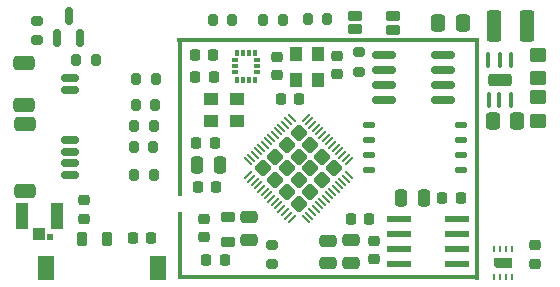
<source format=gbr>
%TF.GenerationSoftware,KiCad,Pcbnew,(6.0.9)*%
%TF.CreationDate,2022-11-24T16:48:46+01:00*%
%TF.ProjectId,LDAD ATOM PRO,4c444144-2041-4544-9f4d-2050524f2e6b,5.3*%
%TF.SameCoordinates,Original*%
%TF.FileFunction,Paste,Top*%
%TF.FilePolarity,Positive*%
%FSLAX46Y46*%
G04 Gerber Fmt 4.6, Leading zero omitted, Abs format (unit mm)*
G04 Created by KiCad (PCBNEW (6.0.9)) date 2022-11-24 16:48:46*
%MOMM*%
%LPD*%
G01*
G04 APERTURE LIST*
G04 Aperture macros list*
%AMRoundRect*
0 Rectangle with rounded corners*
0 $1 Rounding radius*
0 $2 $3 $4 $5 $6 $7 $8 $9 X,Y pos of 4 corners*
0 Add a 4 corners polygon primitive as box body*
4,1,4,$2,$3,$4,$5,$6,$7,$8,$9,$2,$3,0*
0 Add four circle primitives for the rounded corners*
1,1,$1+$1,$2,$3*
1,1,$1+$1,$4,$5*
1,1,$1+$1,$6,$7*
1,1,$1+$1,$8,$9*
0 Add four rect primitives between the rounded corners*
20,1,$1+$1,$2,$3,$4,$5,0*
20,1,$1+$1,$4,$5,$6,$7,0*
20,1,$1+$1,$6,$7,$8,$9,0*
20,1,$1+$1,$8,$9,$2,$3,0*%
%AMFreePoly0*
4,1,6,0.450000,-0.800000,-0.450000,-0.800000,-0.450000,0.530000,-0.180000,0.800000,0.450000,0.800000,0.450000,-0.800000,0.450000,-0.800000,$1*%
G04 Aperture macros list end*
%ADD10RoundRect,0.225000X-0.250000X0.225000X-0.250000X-0.225000X0.250000X-0.225000X0.250000X0.225000X0*%
%ADD11RoundRect,0.250000X0.475000X-0.250000X0.475000X0.250000X-0.475000X0.250000X-0.475000X-0.250000X0*%
%ADD12RoundRect,0.250000X-0.450000X0.350000X-0.450000X-0.350000X0.450000X-0.350000X0.450000X0.350000X0*%
%ADD13RoundRect,0.250000X-0.250000X-0.475000X0.250000X-0.475000X0.250000X0.475000X-0.250000X0.475000X0*%
%ADD14RoundRect,0.200000X-0.200000X-0.275000X0.200000X-0.275000X0.200000X0.275000X-0.200000X0.275000X0*%
%ADD15RoundRect,0.200000X0.200000X0.275000X-0.200000X0.275000X-0.200000X-0.275000X0.200000X-0.275000X0*%
%ADD16R,1.300000X1.000000*%
%ADD17RoundRect,0.225000X0.225000X0.250000X-0.225000X0.250000X-0.225000X-0.250000X0.225000X-0.250000X0*%
%ADD18RoundRect,0.250000X0.000000X-0.445477X0.445477X0.000000X0.000000X0.445477X-0.445477X0.000000X0*%
%ADD19RoundRect,0.050000X-0.238649X-0.309359X0.309359X0.238649X0.238649X0.309359X-0.309359X-0.238649X0*%
%ADD20RoundRect,0.050000X0.238649X-0.309359X0.309359X-0.238649X-0.238649X0.309359X-0.309359X0.238649X0*%
%ADD21RoundRect,0.200000X0.275000X-0.200000X0.275000X0.200000X-0.275000X0.200000X-0.275000X-0.200000X0*%
%ADD22RoundRect,0.225000X-0.225000X-0.250000X0.225000X-0.250000X0.225000X0.250000X-0.225000X0.250000X0*%
%ADD23RoundRect,0.225000X0.250000X-0.225000X0.250000X0.225000X-0.250000X0.225000X-0.250000X-0.225000X0*%
%ADD24FreePoly0,90.000000*%
%ADD25R,0.250000X0.550000*%
%ADD26R,1.100000X2.250000*%
%ADD27R,1.050000X1.100000*%
%ADD28RoundRect,0.250000X0.337500X0.475000X-0.337500X0.475000X-0.337500X-0.475000X0.337500X-0.475000X0*%
%ADD29RoundRect,0.250000X-0.375000X-1.075000X0.375000X-1.075000X0.375000X1.075000X-0.375000X1.075000X0*%
%ADD30RoundRect,0.150000X-0.825000X-0.150000X0.825000X-0.150000X0.825000X0.150000X-0.825000X0.150000X0*%
%ADD31R,1.400000X2.100000*%
%ADD32RoundRect,0.150000X0.150000X-0.587500X0.150000X0.587500X-0.150000X0.587500X-0.150000X-0.587500X0*%
%ADD33RoundRect,0.218750X0.381250X-0.218750X0.381250X0.218750X-0.381250X0.218750X-0.381250X-0.218750X0*%
%ADD34RoundRect,0.124800X-0.475200X-0.275200X0.475200X-0.275200X0.475200X0.275200X-0.475200X0.275200X0*%
%ADD35R,25.500000X0.400000*%
%ADD36R,0.400000X20.500000*%
%ADD37RoundRect,0.100000X-0.100000X-0.550000X0.100000X-0.550000X0.100000X0.550000X-0.100000X0.550000X0*%
%ADD38RoundRect,0.262500X0.737500X0.262500X-0.737500X0.262500X-0.737500X-0.262500X0.737500X-0.262500X0*%
%ADD39RoundRect,0.100000X0.100000X0.550000X-0.100000X0.550000X-0.100000X-0.550000X0.100000X-0.550000X0*%
%ADD40RoundRect,0.150000X-0.625000X0.150000X-0.625000X-0.150000X0.625000X-0.150000X0.625000X0.150000X0*%
%ADD41RoundRect,0.250000X-0.650000X0.350000X-0.650000X-0.350000X0.650000X-0.350000X0.650000X0.350000X0*%
%ADD42RoundRect,0.066000X-0.404000X-0.154000X0.404000X-0.154000X0.404000X0.154000X-0.404000X0.154000X0*%
%ADD43RoundRect,0.218750X-0.218750X-0.381250X0.218750X-0.381250X0.218750X0.381250X-0.218750X0.381250X0*%
%ADD44R,0.400000X5.700000*%
%ADD45R,0.500000X0.500000*%
%ADD46R,25.400000X0.400000*%
%ADD47R,0.400000X13.300000*%
%ADD48RoundRect,0.041300X0.948700X0.253700X-0.948700X0.253700X-0.948700X-0.253700X0.948700X-0.253700X0*%
%ADD49R,0.350000X0.580000*%
%ADD50R,0.580000X0.350000*%
%ADD51R,1.000000X1.300000*%
G04 APERTURE END LIST*
D10*
%TO.C,EC20*%
X132490000Y-103765000D03*
X132490000Y-105315000D03*
%TD*%
D11*
%TO.C,EC18*%
X142960000Y-107490000D03*
X142960000Y-105590000D03*
%TD*%
D10*
%TO.C,AUC1*%
X146860000Y-105625000D03*
X146860000Y-107175000D03*
%TD*%
D12*
%TO.C,AR1*%
X160690000Y-89850000D03*
X160690000Y-91850000D03*
%TD*%
D13*
%TO.C,EC25*%
X149140000Y-102010000D03*
X151040000Y-102010000D03*
%TD*%
D14*
%TO.C,LR1*%
X141215000Y-86810000D03*
X142865000Y-86810000D03*
%TD*%
D15*
%TO.C,EXP_R2*%
X128185000Y-95850000D03*
X126535000Y-95850000D03*
%TD*%
D16*
%TO.C,ECY3*%
X133020000Y-95412500D03*
X135220000Y-95412500D03*
X135220000Y-93612500D03*
X133020000Y-93612500D03*
%TD*%
D17*
%TO.C,EC60*%
X133255000Y-91730000D03*
X131705000Y-91730000D03*
%TD*%
%TO.C,EC61*%
X133355000Y-97350000D03*
X131805000Y-97350000D03*
%TD*%
D18*
%TO.C,ESP32S3*%
X138470152Y-100459949D03*
X138470152Y-98480051D03*
X140450051Y-100459949D03*
X142429950Y-100459949D03*
X139460102Y-97490101D03*
X140450051Y-98480051D03*
X143419899Y-99470000D03*
X141440000Y-101449899D03*
X142429950Y-98480051D03*
X141440000Y-99470000D03*
X137480203Y-99470000D03*
X141440000Y-97490101D03*
X140450051Y-102439848D03*
X139460102Y-101449899D03*
X140450051Y-96500152D03*
X139460102Y-99470000D03*
D19*
X136180894Y-100062202D03*
X136463737Y-100345045D03*
X136746579Y-100627887D03*
X137029422Y-100910730D03*
X137312265Y-101193573D03*
X137595107Y-101476415D03*
X137877950Y-101759258D03*
X138160793Y-102042101D03*
X138443636Y-102324944D03*
X138726478Y-102607786D03*
X139009321Y-102890629D03*
X139292164Y-103173472D03*
X139575006Y-103456314D03*
X139857849Y-103739157D03*
D20*
X141042253Y-103739157D03*
X141325096Y-103456314D03*
X141607938Y-103173472D03*
X141890781Y-102890629D03*
X142173624Y-102607786D03*
X142456466Y-102324944D03*
X142739309Y-102042101D03*
X143022152Y-101759258D03*
X143304995Y-101476415D03*
X143587837Y-101193573D03*
X143870680Y-100910730D03*
X144153523Y-100627887D03*
X144436365Y-100345045D03*
X144719208Y-100062202D03*
D19*
X144719208Y-98877798D03*
X144436365Y-98594955D03*
X144153523Y-98312113D03*
X143870680Y-98029270D03*
X143587837Y-97746427D03*
X143304995Y-97463585D03*
X143022152Y-97180742D03*
X142739309Y-96897899D03*
X142456466Y-96615056D03*
X142173624Y-96332214D03*
X141890781Y-96049371D03*
X141607938Y-95766528D03*
X141325096Y-95483686D03*
X141042253Y-95200843D03*
D20*
X139857849Y-95200843D03*
X139575006Y-95483686D03*
X139292164Y-95766528D03*
X139009321Y-96049371D03*
X138726478Y-96332214D03*
X138443636Y-96615056D03*
X138160793Y-96897899D03*
X137877950Y-97180742D03*
X137595107Y-97463585D03*
X137312265Y-97746427D03*
X137029422Y-98029270D03*
X136746579Y-98312113D03*
X136463737Y-98594955D03*
X136180894Y-98877798D03*
%TD*%
D21*
%TO.C,ER1*%
X138220000Y-107567500D03*
X138220000Y-105917500D03*
%TD*%
D14*
%TO.C,ER3*%
X121625000Y-90270000D03*
X123275000Y-90270000D03*
%TD*%
D22*
%TO.C,EC38*%
X126415000Y-105320000D03*
X127965000Y-105320000D03*
%TD*%
D23*
%TO.C,SHC1*%
X160450000Y-107535000D03*
X160450000Y-105985000D03*
%TD*%
D21*
%TO.C,PSR1*%
X145540000Y-91285000D03*
X145540000Y-89635000D03*
%TD*%
D24*
%TO.C,SH1*%
X157760000Y-107460000D03*
D25*
X157010000Y-108635000D03*
X157510000Y-108635000D03*
X158010000Y-108635000D03*
X158510000Y-108635000D03*
X158510000Y-106285000D03*
X158010000Y-106285000D03*
X157510000Y-106285000D03*
X157010000Y-106285000D03*
%TD*%
D26*
%TO.C,J20*%
X117020000Y-103460000D03*
X119970000Y-103460000D03*
D27*
X118495000Y-105010000D03*
%TD*%
D22*
%TO.C,EC26*%
X144875000Y-103770000D03*
X146425000Y-103770000D03*
%TD*%
D28*
%TO.C,AC1*%
X154357500Y-87190000D03*
X152282500Y-87190000D03*
%TD*%
D11*
%TO.C,EC40*%
X136280000Y-105520000D03*
X136280000Y-103620000D03*
%TD*%
D15*
%TO.C,EXP_R1*%
X128305000Y-94100000D03*
X126655000Y-94100000D03*
%TD*%
D11*
%TO.C,EC17*%
X144870000Y-107470000D03*
X144870000Y-105570000D03*
%TD*%
D29*
%TO.C,AL1*%
X157020000Y-87400000D03*
X159820000Y-87400000D03*
%TD*%
D30*
%TO.C,EPS1*%
X147715000Y-89825000D03*
X147715000Y-91095000D03*
X147715000Y-92365000D03*
X147715000Y-93635000D03*
X152665000Y-93635000D03*
X152665000Y-92365000D03*
X152665000Y-91095000D03*
X152665000Y-89825000D03*
%TD*%
D14*
%TO.C,ICR1*%
X133175000Y-86890000D03*
X134825000Y-86890000D03*
%TD*%
D31*
%TO.C,ANT1*%
X119040000Y-107880000D03*
X128540000Y-107880000D03*
%TD*%
D22*
%TO.C,EC16*%
X138975000Y-93570000D03*
X140525000Y-93570000D03*
%TD*%
%TO.C,IMUC1*%
X131685000Y-89870000D03*
X133235000Y-89870000D03*
%TD*%
D15*
%TO.C,EXP_R3*%
X128155000Y-97630000D03*
X126505000Y-97630000D03*
%TD*%
D32*
%TO.C,Q5*%
X120040000Y-88397500D03*
X121940000Y-88397500D03*
X120990000Y-86522500D03*
%TD*%
D15*
%TO.C,EXP_R4*%
X128185000Y-100050000D03*
X126535000Y-100050000D03*
%TD*%
D23*
%TO.C,EC51*%
X143720000Y-91475000D03*
X143720000Y-89925000D03*
%TD*%
D22*
%TO.C,EC15*%
X131925000Y-101070000D03*
X133475000Y-101070000D03*
%TD*%
D14*
%TO.C,IDR1*%
X137455000Y-86900000D03*
X139105000Y-86900000D03*
%TD*%
D21*
%TO.C,QR1*%
X118350000Y-88605000D03*
X118350000Y-86955000D03*
%TD*%
D33*
%TO.C,L2*%
X134480000Y-105672500D03*
X134480000Y-103547500D03*
%TD*%
D28*
%TO.C,AC2*%
X158987500Y-95470000D03*
X156912500Y-95470000D03*
%TD*%
D34*
%TO.C,LED1*%
X145230000Y-87700000D03*
X148410000Y-87710000D03*
X145230000Y-86560000D03*
X148420000Y-86590000D03*
%TD*%
D17*
%TO.C,EC19*%
X134205000Y-107260000D03*
X132655000Y-107260000D03*
%TD*%
D35*
%TO.C,*%
X142930000Y-108670000D03*
%TD*%
D13*
%TO.C,EC14*%
X131880000Y-99220000D03*
X133780000Y-99220000D03*
%TD*%
D36*
%TO.C,REF\u002A\u002A*%
X155530000Y-98650000D03*
%TD*%
D37*
%TO.C,AU1*%
X158440000Y-90290000D03*
X157500000Y-90295000D03*
D38*
X157475000Y-92010000D03*
D37*
X156515000Y-90295000D03*
D39*
X156545000Y-93685000D03*
X157460000Y-93680000D03*
X158420000Y-93680000D03*
%TD*%
D40*
%TO.C,I2C2*%
X121140000Y-97050000D03*
X121140000Y-98050000D03*
X121140000Y-99050000D03*
X121140000Y-100050000D03*
D41*
X117265000Y-101350000D03*
X117265000Y-95750000D03*
%TD*%
D23*
%TO.C,EC50*%
X138620000Y-91575000D03*
X138620000Y-90025000D03*
%TD*%
D42*
%TO.C,ESP_FLASH1*%
X146395000Y-95755000D03*
X146395000Y-97025000D03*
X146395000Y-98295000D03*
X146395000Y-99565000D03*
X154185000Y-99565000D03*
X154185000Y-98295000D03*
X154185000Y-97025000D03*
X154185000Y-95755000D03*
%TD*%
D23*
%TO.C,EC37*%
X122320000Y-103735000D03*
X122320000Y-102185000D03*
%TD*%
D43*
%TO.C,EL4*%
X122087500Y-105430000D03*
X124212500Y-105430000D03*
%TD*%
D12*
%TO.C,AR2*%
X160750000Y-93460000D03*
X160750000Y-95460000D03*
%TD*%
D40*
%TO.C,J3*%
X121080000Y-91840000D03*
X121080000Y-92840000D03*
D41*
X117205000Y-94140000D03*
X117205000Y-90540000D03*
%TD*%
D44*
%TO.C,*%
X130430000Y-105980000D03*
%TD*%
D45*
%TO.C,REF\u002A\u002A*%
X118765000Y-105305000D03*
X119390000Y-105310000D03*
%TD*%
D46*
%TO.C,*%
X142890000Y-88610000D03*
%TD*%
D47*
%TO.C,REF\u002A\u002A*%
X130430000Y-95190000D03*
%TD*%
D48*
%TO.C,U2*%
X153870000Y-107585000D03*
X153870000Y-106315000D03*
X153870000Y-105045000D03*
X153870000Y-103775000D03*
X148930000Y-103775000D03*
X148930000Y-105045000D03*
X148930000Y-106315000D03*
X148930000Y-107585000D03*
%TD*%
D49*
%TO.C,IMU1*%
X136760000Y-89655000D03*
X136260000Y-89655000D03*
X135760000Y-89655000D03*
X135260000Y-89655000D03*
D50*
X135085000Y-90330000D03*
X135085000Y-90830000D03*
X135085000Y-91330000D03*
D49*
X135260000Y-92005000D03*
X135760000Y-92005000D03*
X136260000Y-92005000D03*
X136760000Y-92005000D03*
D50*
X136935000Y-91330000D03*
X136935000Y-90830000D03*
X136935000Y-90330000D03*
%TD*%
D14*
%TO.C,ER2*%
X126695000Y-91900000D03*
X128345000Y-91900000D03*
%TD*%
D17*
%TO.C,EC24*%
X154175000Y-101980000D03*
X152625000Y-101980000D03*
%TD*%
D51*
%TO.C,ECY2*%
X142060000Y-92000000D03*
X142060000Y-89800000D03*
X140260000Y-89800000D03*
X140260000Y-92000000D03*
%TD*%
M02*

</source>
